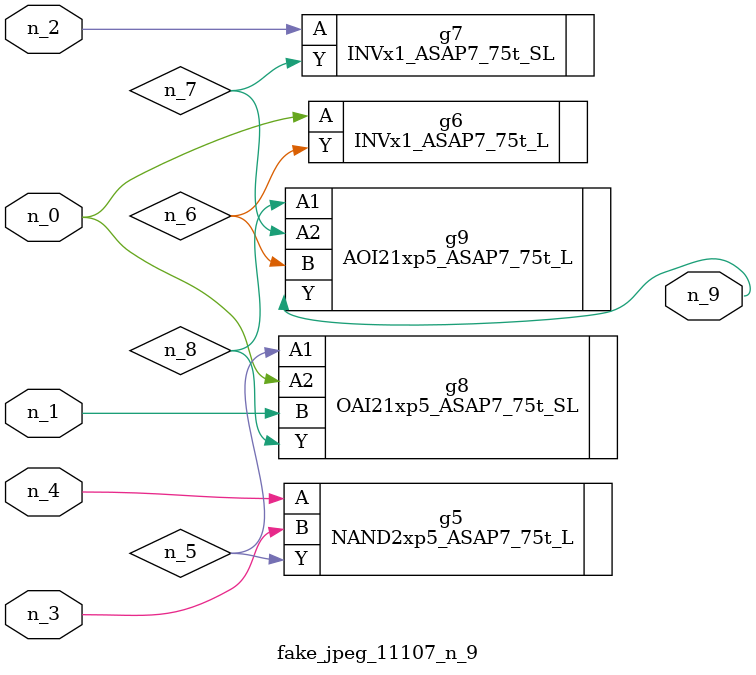
<source format=v>
module fake_jpeg_11107_n_9 (n_3, n_2, n_1, n_0, n_4, n_9);

input n_3;
input n_2;
input n_1;
input n_0;
input n_4;

output n_9;

wire n_8;
wire n_6;
wire n_5;
wire n_7;

NAND2xp5_ASAP7_75t_L g5 ( 
.A(n_4),
.B(n_3),
.Y(n_5)
);

INVx1_ASAP7_75t_L g6 ( 
.A(n_0),
.Y(n_6)
);

INVx1_ASAP7_75t_SL g7 ( 
.A(n_2),
.Y(n_7)
);

OAI21xp5_ASAP7_75t_SL g8 ( 
.A1(n_5),
.A2(n_0),
.B(n_1),
.Y(n_8)
);

AOI21xp5_ASAP7_75t_L g9 ( 
.A1(n_8),
.A2(n_7),
.B(n_6),
.Y(n_9)
);


endmodule
</source>
